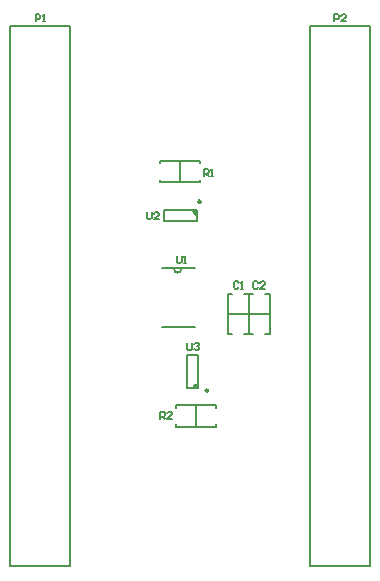
<source format=gto>
G04 Layer_Color=65535*
%FSLAX42Y42*%
%MOMM*%
G71*
G01*
G75*
%ADD25C,0.20*%
%ADD26C,0.13*%
%ADD27C,0.25*%
%ADD28C,0.15*%
G36*
X20538Y6512D02*
X20493D01*
X20523Y6542D01*
X20538D01*
Y6512D01*
D02*
G37*
G36*
X20527Y7970D02*
X20496Y8001D01*
Y8016D01*
X20527D01*
Y7970D01*
D02*
G37*
D25*
X20335Y7517D02*
G03*
X20396Y7517I30J0D01*
G01*
X20235Y7529D02*
X20510D01*
X20235Y7026D02*
X20510D01*
X18948Y5004D02*
Y9576D01*
X19456Y5004D02*
Y9576D01*
X18948D02*
X19456D01*
X18948Y5004D02*
X19456D01*
X21488D02*
Y9576D01*
X21996Y5004D02*
Y9576D01*
X21488D02*
X21996D01*
X21488Y5004D02*
X21996D01*
D26*
X20496Y8011D02*
G03*
X20527Y7972I40J0D01*
G01*
X20533Y6542D02*
G03*
X20494Y6511I0J-40D01*
G01*
X20246Y7926D02*
Y8016D01*
Y7926D02*
X20527D01*
X20246Y8016D02*
X20527D01*
Y7926D02*
Y8016D01*
X20448Y6792D02*
X20538D01*
X20448Y6511D02*
Y6792D01*
X20538Y6511D02*
Y6792D01*
X20448Y6511D02*
X20538D01*
D27*
X20560Y8089D02*
G03*
X20560Y8089I-10J0D01*
G01*
X20621Y6489D02*
G03*
X20621Y6489I-10J0D01*
G01*
D28*
X20213Y8414D02*
Y8434D01*
X20554D01*
Y8414D02*
Y8434D01*
X20213Y8254D02*
Y8274D01*
Y8254D02*
X20554D01*
Y8274D01*
X20384Y8254D02*
Y8434D01*
X20693Y6184D02*
Y6204D01*
X20353Y6184D02*
X20693D01*
X20353D02*
Y6204D01*
X20693Y6344D02*
Y6364D01*
X20353D02*
X20693D01*
X20353Y6344D02*
Y6364D01*
X20523Y6184D02*
Y6364D01*
X21107Y7307D02*
X21147D01*
Y6967D02*
Y7307D01*
X21107Y6967D02*
X21147D01*
X20967D02*
X21007D01*
X20967D02*
Y7307D01*
X21007D01*
X20967Y7137D02*
X21147D01*
X20929Y7307D02*
X20969D01*
Y6967D02*
Y7307D01*
X20929Y6967D02*
X20969D01*
X20789D02*
X20829D01*
X20789D02*
Y7307D01*
X20829D01*
X20789Y7137D02*
X20969D01*
X20358Y7629D02*
Y7579D01*
X20368Y7569D01*
X20388D01*
X20398Y7579D01*
Y7629D01*
X20418Y7569D02*
X20438D01*
X20428D01*
Y7629D01*
X20418Y7619D01*
X20447Y6893D02*
Y6843D01*
X20457Y6833D01*
X20477D01*
X20487Y6843D01*
Y6893D01*
X20507Y6883D02*
X20517Y6893D01*
X20537D01*
X20547Y6883D01*
Y6873D01*
X20537Y6863D01*
X20527D01*
X20537D01*
X20547Y6853D01*
Y6843D01*
X20537Y6833D01*
X20517D01*
X20507Y6843D01*
X20104Y7997D02*
Y7947D01*
X20114Y7938D01*
X20134D01*
X20144Y7947D01*
Y7997D01*
X20204Y7938D02*
X20164D01*
X20204Y7977D01*
Y7987D01*
X20194Y7997D01*
X20174D01*
X20164Y7987D01*
X20218Y6248D02*
Y6308D01*
X20248D01*
X20258Y6298D01*
Y6278D01*
X20248Y6268D01*
X20218D01*
X20238D02*
X20258Y6248D01*
X20318D02*
X20278D01*
X20318Y6288D01*
Y6298D01*
X20308Y6308D01*
X20288D01*
X20278Y6298D01*
X20587Y8306D02*
Y8366D01*
X20617D01*
X20627Y8356D01*
Y8336D01*
X20617Y8326D01*
X20587D01*
X20607D02*
X20627Y8306D01*
X20647D02*
X20667D01*
X20657D01*
Y8366D01*
X20647Y8356D01*
X21692Y9614D02*
Y9674D01*
X21722D01*
X21732Y9664D01*
Y9644D01*
X21722Y9634D01*
X21692D01*
X21792Y9614D02*
X21752D01*
X21792Y9654D01*
Y9664D01*
X21782Y9674D01*
X21762D01*
X21752Y9664D01*
X19164Y9614D02*
Y9674D01*
X19194D01*
X19204Y9664D01*
Y9644D01*
X19194Y9634D01*
X19164D01*
X19224Y9614D02*
X19244D01*
X19234D01*
Y9674D01*
X19224Y9664D01*
X21046Y7403D02*
X21036Y7413D01*
X21016D01*
X21006Y7403D01*
Y7363D01*
X21016Y7353D01*
X21036D01*
X21046Y7363D01*
X21106Y7353D02*
X21066D01*
X21106Y7393D01*
Y7403D01*
X21096Y7413D01*
X21076D01*
X21066Y7403D01*
X20881D02*
X20871Y7413D01*
X20851D01*
X20841Y7403D01*
Y7363D01*
X20851Y7353D01*
X20871D01*
X20881Y7363D01*
X20901Y7353D02*
X20921D01*
X20911D01*
Y7413D01*
X20901Y7403D01*
M02*

</source>
